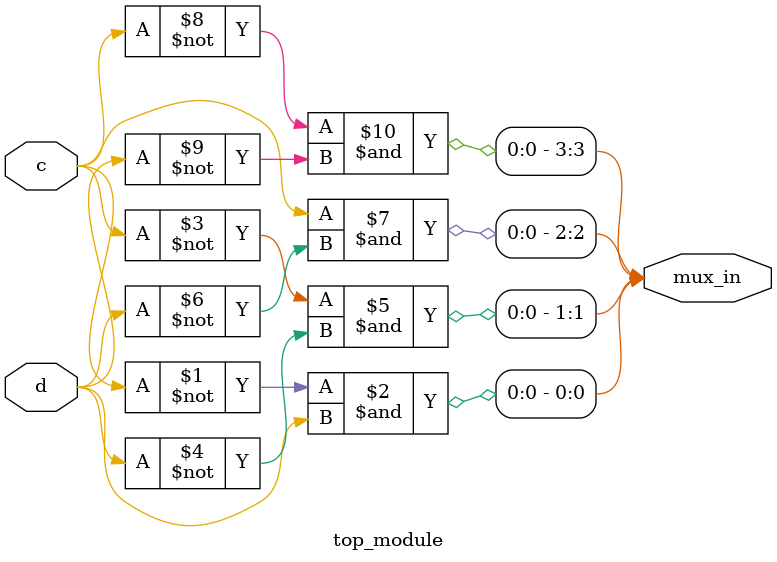
<source format=sv>
module top_module (
	input c,
	input d,
	output [3:0] mux_in
);

assign mux_in[0] = ~c & d;
assign mux_in[1] = ~c & ~d;
assign mux_in[2] = c & ~d;
assign mux_in[3] = ~c & ~d;

endmodule

</source>
